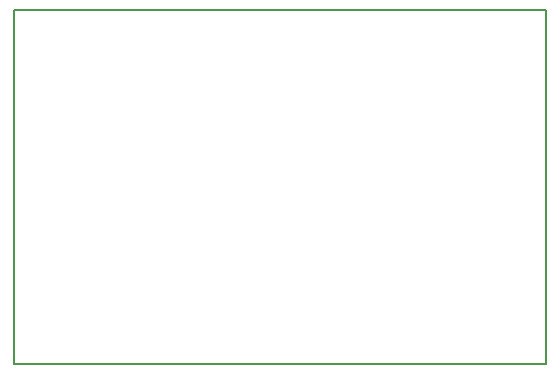
<source format=gbr>
G04 #@! TF.GenerationSoftware,KiCad,Pcbnew,(5.0.1)-4*
G04 #@! TF.CreationDate,2019-12-24T00:11:51+01:00*
G04 #@! TF.ProjectId,greenhouse_sensors,677265656E686F7573655F73656E736F,rev?*
G04 #@! TF.SameCoordinates,PX7270e00PY632ea00*
G04 #@! TF.FileFunction,Profile,NP*
%FSLAX46Y46*%
G04 Gerber Fmt 4.6, Leading zero omitted, Abs format (unit mm)*
G04 Created by KiCad (PCBNEW (5.0.1)-4) date 24/12/2019 00:11:51*
%MOMM*%
%LPD*%
G01*
G04 APERTURE LIST*
%ADD10C,0.150000*%
G04 APERTURE END LIST*
D10*
X0Y30000000D02*
X45000000Y30000000D01*
X0Y0D02*
X0Y30000000D01*
X45000000Y0D02*
X0Y0D01*
X45000000Y30000000D02*
X45000000Y0D01*
M02*

</source>
